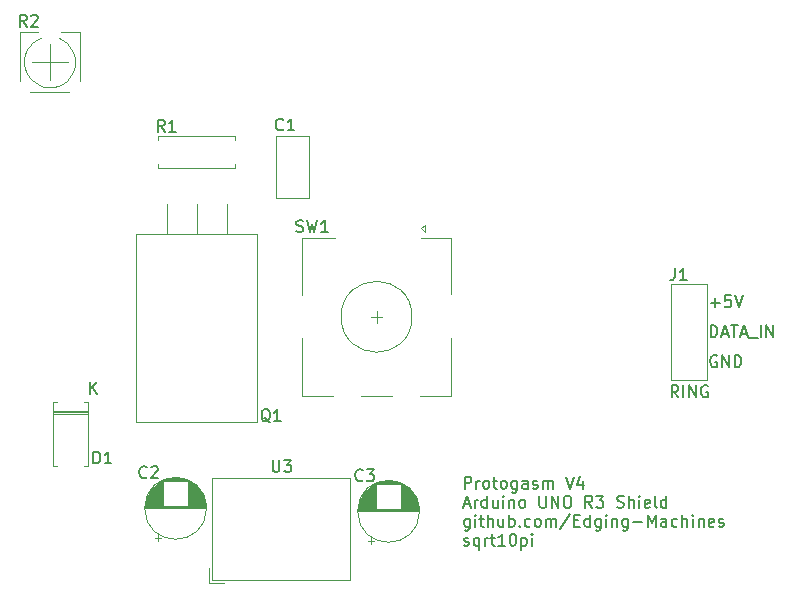
<source format=gbr>
%TF.GenerationSoftware,KiCad,Pcbnew,6.0.1-79c1e3a40b~116~ubuntu20.04.1*%
%TF.CreationDate,2022-01-30T02:47:44-05:00*%
%TF.ProjectId,Protogasm-Board-V2,50726f74-6f67-4617-936d-2d426f617264,rev?*%
%TF.SameCoordinates,PX68290a0PY76b1be0*%
%TF.FileFunction,Legend,Top*%
%TF.FilePolarity,Positive*%
%FSLAX46Y46*%
G04 Gerber Fmt 4.6, Leading zero omitted, Abs format (unit mm)*
G04 Created by KiCad (PCBNEW 6.0.1-79c1e3a40b~116~ubuntu20.04.1) date 2022-01-30 02:47:44*
%MOMM*%
%LPD*%
G01*
G04 APERTURE LIST*
G04 Aperture macros list*
%AMRotRect*
0 Rectangle, with rotation*
0 The origin of the aperture is its center*
0 $1 length*
0 $2 width*
0 $3 Rotation angle, in degrees counterclockwise*
0 Add horizontal line*
21,1,$1,$2,0,0,$3*%
G04 Aperture macros list end*
%ADD10C,0.150000*%
%ADD11C,0.120000*%
%ADD12C,0.100000*%
%ADD13C,1.600000*%
%ADD14O,1.600000X1.600000*%
%ADD15R,2.000000X2.000000*%
%ADD16C,2.000000*%
%ADD17R,2.500000X3.000000*%
%ADD18R,1.600000X1.600000*%
%ADD19R,1.500000X2.300000*%
%ADD20O,1.500000X2.300000*%
%ADD21O,3.500000X3.500000*%
%ADD22R,1.905000X2.000000*%
%ADD23O,1.905000X2.000000*%
%ADD24C,2.159000*%
%ADD25R,1.800000X1.800000*%
%ADD26O,1.800000X1.800000*%
%ADD27C,1.524000*%
%ADD28C,3.200000*%
%ADD29RotRect,1.981200X1.981200X240.000000*%
%ADD30C,1.981200*%
%ADD31C,2.540000*%
G04 APERTURE END LIST*
D10*
X40213595Y12376620D02*
X40213595Y13376620D01*
X40594547Y13376620D01*
X40689785Y13329000D01*
X40737404Y13281381D01*
X40785023Y13186143D01*
X40785023Y13043286D01*
X40737404Y12948048D01*
X40689785Y12900429D01*
X40594547Y12852810D01*
X40213595Y12852810D01*
X41213595Y12376620D02*
X41213595Y13043286D01*
X41213595Y12852810D02*
X41261214Y12948048D01*
X41308833Y12995667D01*
X41404071Y13043286D01*
X41499309Y13043286D01*
X41975500Y12376620D02*
X41880261Y12424239D01*
X41832642Y12471858D01*
X41785023Y12567096D01*
X41785023Y12852810D01*
X41832642Y12948048D01*
X41880261Y12995667D01*
X41975500Y13043286D01*
X42118357Y13043286D01*
X42213595Y12995667D01*
X42261214Y12948048D01*
X42308833Y12852810D01*
X42308833Y12567096D01*
X42261214Y12471858D01*
X42213595Y12424239D01*
X42118357Y12376620D01*
X41975500Y12376620D01*
X42594547Y13043286D02*
X42975500Y13043286D01*
X42737404Y13376620D02*
X42737404Y12519477D01*
X42785023Y12424239D01*
X42880261Y12376620D01*
X42975500Y12376620D01*
X43451690Y12376620D02*
X43356452Y12424239D01*
X43308833Y12471858D01*
X43261214Y12567096D01*
X43261214Y12852810D01*
X43308833Y12948048D01*
X43356452Y12995667D01*
X43451690Y13043286D01*
X43594547Y13043286D01*
X43689785Y12995667D01*
X43737404Y12948048D01*
X43785023Y12852810D01*
X43785023Y12567096D01*
X43737404Y12471858D01*
X43689785Y12424239D01*
X43594547Y12376620D01*
X43451690Y12376620D01*
X44642166Y13043286D02*
X44642166Y12233762D01*
X44594547Y12138524D01*
X44546928Y12090905D01*
X44451690Y12043286D01*
X44308833Y12043286D01*
X44213595Y12090905D01*
X44642166Y12424239D02*
X44546928Y12376620D01*
X44356452Y12376620D01*
X44261214Y12424239D01*
X44213595Y12471858D01*
X44165976Y12567096D01*
X44165976Y12852810D01*
X44213595Y12948048D01*
X44261214Y12995667D01*
X44356452Y13043286D01*
X44546928Y13043286D01*
X44642166Y12995667D01*
X45546928Y12376620D02*
X45546928Y12900429D01*
X45499309Y12995667D01*
X45404071Y13043286D01*
X45213595Y13043286D01*
X45118357Y12995667D01*
X45546928Y12424239D02*
X45451690Y12376620D01*
X45213595Y12376620D01*
X45118357Y12424239D01*
X45070738Y12519477D01*
X45070738Y12614715D01*
X45118357Y12709953D01*
X45213595Y12757572D01*
X45451690Y12757572D01*
X45546928Y12805191D01*
X45975500Y12424239D02*
X46070738Y12376620D01*
X46261214Y12376620D01*
X46356452Y12424239D01*
X46404071Y12519477D01*
X46404071Y12567096D01*
X46356452Y12662334D01*
X46261214Y12709953D01*
X46118357Y12709953D01*
X46023119Y12757572D01*
X45975500Y12852810D01*
X45975500Y12900429D01*
X46023119Y12995667D01*
X46118357Y13043286D01*
X46261214Y13043286D01*
X46356452Y12995667D01*
X46832642Y12376620D02*
X46832642Y13043286D01*
X46832642Y12948048D02*
X46880261Y12995667D01*
X46975500Y13043286D01*
X47118357Y13043286D01*
X47213595Y12995667D01*
X47261214Y12900429D01*
X47261214Y12376620D01*
X47261214Y12900429D02*
X47308833Y12995667D01*
X47404071Y13043286D01*
X47546928Y13043286D01*
X47642166Y12995667D01*
X47689785Y12900429D01*
X47689785Y12376620D01*
X48785023Y13376620D02*
X49118357Y12376620D01*
X49451690Y13376620D01*
X50213595Y13043286D02*
X50213595Y12376620D01*
X49975500Y13424239D02*
X49737404Y12709953D01*
X50356452Y12709953D01*
X40165976Y11052334D02*
X40642166Y11052334D01*
X40070738Y10766620D02*
X40404071Y11766620D01*
X40737404Y10766620D01*
X41070738Y10766620D02*
X41070738Y11433286D01*
X41070738Y11242810D02*
X41118357Y11338048D01*
X41165976Y11385667D01*
X41261214Y11433286D01*
X41356452Y11433286D01*
X42118357Y10766620D02*
X42118357Y11766620D01*
X42118357Y10814239D02*
X42023119Y10766620D01*
X41832642Y10766620D01*
X41737404Y10814239D01*
X41689785Y10861858D01*
X41642166Y10957096D01*
X41642166Y11242810D01*
X41689785Y11338048D01*
X41737404Y11385667D01*
X41832642Y11433286D01*
X42023119Y11433286D01*
X42118357Y11385667D01*
X43023119Y11433286D02*
X43023119Y10766620D01*
X42594547Y11433286D02*
X42594547Y10909477D01*
X42642166Y10814239D01*
X42737404Y10766620D01*
X42880261Y10766620D01*
X42975500Y10814239D01*
X43023119Y10861858D01*
X43499309Y10766620D02*
X43499309Y11433286D01*
X43499309Y11766620D02*
X43451690Y11719000D01*
X43499309Y11671381D01*
X43546928Y11719000D01*
X43499309Y11766620D01*
X43499309Y11671381D01*
X43975500Y11433286D02*
X43975500Y10766620D01*
X43975500Y11338048D02*
X44023119Y11385667D01*
X44118357Y11433286D01*
X44261214Y11433286D01*
X44356452Y11385667D01*
X44404071Y11290429D01*
X44404071Y10766620D01*
X45023119Y10766620D02*
X44927880Y10814239D01*
X44880261Y10861858D01*
X44832642Y10957096D01*
X44832642Y11242810D01*
X44880261Y11338048D01*
X44927880Y11385667D01*
X45023119Y11433286D01*
X45165976Y11433286D01*
X45261214Y11385667D01*
X45308833Y11338048D01*
X45356452Y11242810D01*
X45356452Y10957096D01*
X45308833Y10861858D01*
X45261214Y10814239D01*
X45165976Y10766620D01*
X45023119Y10766620D01*
X46546928Y11766620D02*
X46546928Y10957096D01*
X46594547Y10861858D01*
X46642166Y10814239D01*
X46737404Y10766620D01*
X46927880Y10766620D01*
X47023119Y10814239D01*
X47070738Y10861858D01*
X47118357Y10957096D01*
X47118357Y11766620D01*
X47594547Y10766620D02*
X47594547Y11766620D01*
X48165976Y10766620D01*
X48165976Y11766620D01*
X48832642Y11766620D02*
X49023119Y11766620D01*
X49118357Y11719000D01*
X49213595Y11623762D01*
X49261214Y11433286D01*
X49261214Y11099953D01*
X49213595Y10909477D01*
X49118357Y10814239D01*
X49023119Y10766620D01*
X48832642Y10766620D01*
X48737404Y10814239D01*
X48642166Y10909477D01*
X48594547Y11099953D01*
X48594547Y11433286D01*
X48642166Y11623762D01*
X48737404Y11719000D01*
X48832642Y11766620D01*
X51023119Y10766620D02*
X50689785Y11242810D01*
X50451690Y10766620D02*
X50451690Y11766620D01*
X50832642Y11766620D01*
X50927880Y11719000D01*
X50975500Y11671381D01*
X51023119Y11576143D01*
X51023119Y11433286D01*
X50975500Y11338048D01*
X50927880Y11290429D01*
X50832642Y11242810D01*
X50451690Y11242810D01*
X51356452Y11766620D02*
X51975500Y11766620D01*
X51642166Y11385667D01*
X51785023Y11385667D01*
X51880261Y11338048D01*
X51927880Y11290429D01*
X51975500Y11195191D01*
X51975500Y10957096D01*
X51927880Y10861858D01*
X51880261Y10814239D01*
X51785023Y10766620D01*
X51499309Y10766620D01*
X51404071Y10814239D01*
X51356452Y10861858D01*
X53118357Y10814239D02*
X53261214Y10766620D01*
X53499309Y10766620D01*
X53594547Y10814239D01*
X53642166Y10861858D01*
X53689785Y10957096D01*
X53689785Y11052334D01*
X53642166Y11147572D01*
X53594547Y11195191D01*
X53499309Y11242810D01*
X53308833Y11290429D01*
X53213595Y11338048D01*
X53165976Y11385667D01*
X53118357Y11480905D01*
X53118357Y11576143D01*
X53165976Y11671381D01*
X53213595Y11719000D01*
X53308833Y11766620D01*
X53546928Y11766620D01*
X53689785Y11719000D01*
X54118357Y10766620D02*
X54118357Y11766620D01*
X54546928Y10766620D02*
X54546928Y11290429D01*
X54499309Y11385667D01*
X54404071Y11433286D01*
X54261214Y11433286D01*
X54165976Y11385667D01*
X54118357Y11338048D01*
X55023119Y10766620D02*
X55023119Y11433286D01*
X55023119Y11766620D02*
X54975500Y11719000D01*
X55023119Y11671381D01*
X55070738Y11719000D01*
X55023119Y11766620D01*
X55023119Y11671381D01*
X55880261Y10814239D02*
X55785023Y10766620D01*
X55594547Y10766620D01*
X55499309Y10814239D01*
X55451690Y10909477D01*
X55451690Y11290429D01*
X55499309Y11385667D01*
X55594547Y11433286D01*
X55785023Y11433286D01*
X55880261Y11385667D01*
X55927880Y11290429D01*
X55927880Y11195191D01*
X55451690Y11099953D01*
X56499309Y10766620D02*
X56404071Y10814239D01*
X56356452Y10909477D01*
X56356452Y11766620D01*
X57308833Y10766620D02*
X57308833Y11766620D01*
X57308833Y10814239D02*
X57213595Y10766620D01*
X57023119Y10766620D01*
X56927880Y10814239D01*
X56880261Y10861858D01*
X56832642Y10957096D01*
X56832642Y11242810D01*
X56880261Y11338048D01*
X56927880Y11385667D01*
X57023119Y11433286D01*
X57213595Y11433286D01*
X57308833Y11385667D01*
X40642166Y9823286D02*
X40642166Y9013762D01*
X40594547Y8918524D01*
X40546928Y8870905D01*
X40451690Y8823286D01*
X40308833Y8823286D01*
X40213595Y8870905D01*
X40642166Y9204239D02*
X40546928Y9156620D01*
X40356452Y9156620D01*
X40261214Y9204239D01*
X40213595Y9251858D01*
X40165976Y9347096D01*
X40165976Y9632810D01*
X40213595Y9728048D01*
X40261214Y9775667D01*
X40356452Y9823286D01*
X40546928Y9823286D01*
X40642166Y9775667D01*
X41118357Y9156620D02*
X41118357Y9823286D01*
X41118357Y10156620D02*
X41070738Y10109000D01*
X41118357Y10061381D01*
X41165976Y10109000D01*
X41118357Y10156620D01*
X41118357Y10061381D01*
X41451690Y9823286D02*
X41832642Y9823286D01*
X41594547Y10156620D02*
X41594547Y9299477D01*
X41642166Y9204239D01*
X41737404Y9156620D01*
X41832642Y9156620D01*
X42165976Y9156620D02*
X42165976Y10156620D01*
X42594547Y9156620D02*
X42594547Y9680429D01*
X42546928Y9775667D01*
X42451690Y9823286D01*
X42308833Y9823286D01*
X42213595Y9775667D01*
X42165976Y9728048D01*
X43499309Y9823286D02*
X43499309Y9156620D01*
X43070738Y9823286D02*
X43070738Y9299477D01*
X43118357Y9204239D01*
X43213595Y9156620D01*
X43356452Y9156620D01*
X43451690Y9204239D01*
X43499309Y9251858D01*
X43975500Y9156620D02*
X43975500Y10156620D01*
X43975500Y9775667D02*
X44070738Y9823286D01*
X44261214Y9823286D01*
X44356452Y9775667D01*
X44404071Y9728048D01*
X44451690Y9632810D01*
X44451690Y9347096D01*
X44404071Y9251858D01*
X44356452Y9204239D01*
X44261214Y9156620D01*
X44070738Y9156620D01*
X43975500Y9204239D01*
X44880261Y9251858D02*
X44927880Y9204239D01*
X44880261Y9156620D01*
X44832642Y9204239D01*
X44880261Y9251858D01*
X44880261Y9156620D01*
X45785023Y9204239D02*
X45689785Y9156620D01*
X45499309Y9156620D01*
X45404071Y9204239D01*
X45356452Y9251858D01*
X45308833Y9347096D01*
X45308833Y9632810D01*
X45356452Y9728048D01*
X45404071Y9775667D01*
X45499309Y9823286D01*
X45689785Y9823286D01*
X45785023Y9775667D01*
X46356452Y9156620D02*
X46261214Y9204239D01*
X46213595Y9251858D01*
X46165976Y9347096D01*
X46165976Y9632810D01*
X46213595Y9728048D01*
X46261214Y9775667D01*
X46356452Y9823286D01*
X46499309Y9823286D01*
X46594547Y9775667D01*
X46642166Y9728048D01*
X46689785Y9632810D01*
X46689785Y9347096D01*
X46642166Y9251858D01*
X46594547Y9204239D01*
X46499309Y9156620D01*
X46356452Y9156620D01*
X47118357Y9156620D02*
X47118357Y9823286D01*
X47118357Y9728048D02*
X47165976Y9775667D01*
X47261214Y9823286D01*
X47404071Y9823286D01*
X47499309Y9775667D01*
X47546928Y9680429D01*
X47546928Y9156620D01*
X47546928Y9680429D02*
X47594547Y9775667D01*
X47689785Y9823286D01*
X47832642Y9823286D01*
X47927880Y9775667D01*
X47975500Y9680429D01*
X47975500Y9156620D01*
X49165976Y10204239D02*
X48308833Y8918524D01*
X49499309Y9680429D02*
X49832642Y9680429D01*
X49975500Y9156620D02*
X49499309Y9156620D01*
X49499309Y10156620D01*
X49975500Y10156620D01*
X50832642Y9156620D02*
X50832642Y10156620D01*
X50832642Y9204239D02*
X50737404Y9156620D01*
X50546928Y9156620D01*
X50451690Y9204239D01*
X50404071Y9251858D01*
X50356452Y9347096D01*
X50356452Y9632810D01*
X50404071Y9728048D01*
X50451690Y9775667D01*
X50546928Y9823286D01*
X50737404Y9823286D01*
X50832642Y9775667D01*
X51737404Y9823286D02*
X51737404Y9013762D01*
X51689785Y8918524D01*
X51642166Y8870905D01*
X51546928Y8823286D01*
X51404071Y8823286D01*
X51308833Y8870905D01*
X51737404Y9204239D02*
X51642166Y9156620D01*
X51451690Y9156620D01*
X51356452Y9204239D01*
X51308833Y9251858D01*
X51261214Y9347096D01*
X51261214Y9632810D01*
X51308833Y9728048D01*
X51356452Y9775667D01*
X51451690Y9823286D01*
X51642166Y9823286D01*
X51737404Y9775667D01*
X52213595Y9156620D02*
X52213595Y9823286D01*
X52213595Y10156620D02*
X52165976Y10109000D01*
X52213595Y10061381D01*
X52261214Y10109000D01*
X52213595Y10156620D01*
X52213595Y10061381D01*
X52689785Y9823286D02*
X52689785Y9156620D01*
X52689785Y9728048D02*
X52737404Y9775667D01*
X52832642Y9823286D01*
X52975500Y9823286D01*
X53070738Y9775667D01*
X53118357Y9680429D01*
X53118357Y9156620D01*
X54023119Y9823286D02*
X54023119Y9013762D01*
X53975500Y8918524D01*
X53927880Y8870905D01*
X53832642Y8823286D01*
X53689785Y8823286D01*
X53594547Y8870905D01*
X54023119Y9204239D02*
X53927880Y9156620D01*
X53737404Y9156620D01*
X53642166Y9204239D01*
X53594547Y9251858D01*
X53546928Y9347096D01*
X53546928Y9632810D01*
X53594547Y9728048D01*
X53642166Y9775667D01*
X53737404Y9823286D01*
X53927880Y9823286D01*
X54023119Y9775667D01*
X54499309Y9537572D02*
X55261214Y9537572D01*
X55737404Y9156620D02*
X55737404Y10156620D01*
X56070738Y9442334D01*
X56404071Y10156620D01*
X56404071Y9156620D01*
X57308833Y9156620D02*
X57308833Y9680429D01*
X57261214Y9775667D01*
X57165976Y9823286D01*
X56975500Y9823286D01*
X56880261Y9775667D01*
X57308833Y9204239D02*
X57213595Y9156620D01*
X56975500Y9156620D01*
X56880261Y9204239D01*
X56832642Y9299477D01*
X56832642Y9394715D01*
X56880261Y9489953D01*
X56975500Y9537572D01*
X57213595Y9537572D01*
X57308833Y9585191D01*
X58213595Y9204239D02*
X58118357Y9156620D01*
X57927880Y9156620D01*
X57832642Y9204239D01*
X57785023Y9251858D01*
X57737404Y9347096D01*
X57737404Y9632810D01*
X57785023Y9728048D01*
X57832642Y9775667D01*
X57927880Y9823286D01*
X58118357Y9823286D01*
X58213595Y9775667D01*
X58642166Y9156620D02*
X58642166Y10156620D01*
X59070738Y9156620D02*
X59070738Y9680429D01*
X59023119Y9775667D01*
X58927880Y9823286D01*
X58785023Y9823286D01*
X58689785Y9775667D01*
X58642166Y9728048D01*
X59546928Y9156620D02*
X59546928Y9823286D01*
X59546928Y10156620D02*
X59499309Y10109000D01*
X59546928Y10061381D01*
X59594547Y10109000D01*
X59546928Y10156620D01*
X59546928Y10061381D01*
X60023119Y9823286D02*
X60023119Y9156620D01*
X60023119Y9728048D02*
X60070738Y9775667D01*
X60165976Y9823286D01*
X60308833Y9823286D01*
X60404071Y9775667D01*
X60451690Y9680429D01*
X60451690Y9156620D01*
X61308833Y9204239D02*
X61213595Y9156620D01*
X61023119Y9156620D01*
X60927880Y9204239D01*
X60880261Y9299477D01*
X60880261Y9680429D01*
X60927880Y9775667D01*
X61023119Y9823286D01*
X61213595Y9823286D01*
X61308833Y9775667D01*
X61356452Y9680429D01*
X61356452Y9585191D01*
X60880261Y9489953D01*
X61737404Y9204239D02*
X61832642Y9156620D01*
X62023119Y9156620D01*
X62118357Y9204239D01*
X62165976Y9299477D01*
X62165976Y9347096D01*
X62118357Y9442334D01*
X62023119Y9489953D01*
X61880261Y9489953D01*
X61785023Y9537572D01*
X61737404Y9632810D01*
X61737404Y9680429D01*
X61785023Y9775667D01*
X61880261Y9823286D01*
X62023119Y9823286D01*
X62118357Y9775667D01*
X40165976Y7594239D02*
X40261214Y7546620D01*
X40451690Y7546620D01*
X40546928Y7594239D01*
X40594547Y7689477D01*
X40594547Y7737096D01*
X40546928Y7832334D01*
X40451690Y7879953D01*
X40308833Y7879953D01*
X40213595Y7927572D01*
X40165976Y8022810D01*
X40165976Y8070429D01*
X40213595Y8165667D01*
X40308833Y8213286D01*
X40451690Y8213286D01*
X40546928Y8165667D01*
X41451690Y8213286D02*
X41451690Y7213286D01*
X41451690Y7594239D02*
X41356452Y7546620D01*
X41165976Y7546620D01*
X41070738Y7594239D01*
X41023119Y7641858D01*
X40975500Y7737096D01*
X40975500Y8022810D01*
X41023119Y8118048D01*
X41070738Y8165667D01*
X41165976Y8213286D01*
X41356452Y8213286D01*
X41451690Y8165667D01*
X41927880Y7546620D02*
X41927880Y8213286D01*
X41927880Y8022810D02*
X41975500Y8118048D01*
X42023119Y8165667D01*
X42118357Y8213286D01*
X42213595Y8213286D01*
X42404071Y8213286D02*
X42785023Y8213286D01*
X42546928Y8546620D02*
X42546928Y7689477D01*
X42594547Y7594239D01*
X42689785Y7546620D01*
X42785023Y7546620D01*
X43642166Y7546620D02*
X43070738Y7546620D01*
X43356452Y7546620D02*
X43356452Y8546620D01*
X43261214Y8403762D01*
X43165976Y8308524D01*
X43070738Y8260905D01*
X44261214Y8546620D02*
X44356452Y8546620D01*
X44451690Y8499000D01*
X44499309Y8451381D01*
X44546928Y8356143D01*
X44594547Y8165667D01*
X44594547Y7927572D01*
X44546928Y7737096D01*
X44499309Y7641858D01*
X44451690Y7594239D01*
X44356452Y7546620D01*
X44261214Y7546620D01*
X44165976Y7594239D01*
X44118357Y7641858D01*
X44070738Y7737096D01*
X44023119Y7927572D01*
X44023119Y8165667D01*
X44070738Y8356143D01*
X44118357Y8451381D01*
X44165976Y8499000D01*
X44261214Y8546620D01*
X45023119Y8213286D02*
X45023119Y7213286D01*
X45023119Y8165667D02*
X45118357Y8213286D01*
X45308833Y8213286D01*
X45404071Y8165667D01*
X45451690Y8118048D01*
X45499309Y8022810D01*
X45499309Y7737096D01*
X45451690Y7641858D01*
X45404071Y7594239D01*
X45308833Y7546620D01*
X45118357Y7546620D01*
X45023119Y7594239D01*
X45927880Y7546620D02*
X45927880Y8213286D01*
X45927880Y8546620D02*
X45880261Y8499000D01*
X45927880Y8451381D01*
X45975500Y8499000D01*
X45927880Y8546620D01*
X45927880Y8451381D01*
%TO.C,R1*%
X14815333Y42600620D02*
X14482000Y43076810D01*
X14243904Y42600620D02*
X14243904Y43600620D01*
X14624857Y43600620D01*
X14720095Y43553000D01*
X14767714Y43505381D01*
X14815333Y43410143D01*
X14815333Y43267286D01*
X14767714Y43172048D01*
X14720095Y43124429D01*
X14624857Y43076810D01*
X14243904Y43076810D01*
X15767714Y42600620D02*
X15196285Y42600620D01*
X15482000Y42600620D02*
X15482000Y43600620D01*
X15386761Y43457762D01*
X15291523Y43362524D01*
X15196285Y43314905D01*
%TO.C,SW1*%
X25978466Y34150239D02*
X26121323Y34102620D01*
X26359419Y34102620D01*
X26454657Y34150239D01*
X26502276Y34197858D01*
X26549895Y34293096D01*
X26549895Y34388334D01*
X26502276Y34483572D01*
X26454657Y34531191D01*
X26359419Y34578810D01*
X26168942Y34626429D01*
X26073704Y34674048D01*
X26026085Y34721667D01*
X25978466Y34816905D01*
X25978466Y34912143D01*
X26026085Y35007381D01*
X26073704Y35055000D01*
X26168942Y35102620D01*
X26407038Y35102620D01*
X26549895Y35055000D01*
X26883228Y35102620D02*
X27121323Y34102620D01*
X27311800Y34816905D01*
X27502276Y34102620D01*
X27740371Y35102620D01*
X28645133Y34102620D02*
X28073704Y34102620D01*
X28359419Y34102620D02*
X28359419Y35102620D01*
X28264180Y34959762D01*
X28168942Y34864524D01*
X28073704Y34816905D01*
%TO.C,C1*%
X24848333Y42797458D02*
X24800714Y42749839D01*
X24657857Y42702220D01*
X24562619Y42702220D01*
X24419761Y42749839D01*
X24324523Y42845077D01*
X24276904Y42940315D01*
X24229285Y43130791D01*
X24229285Y43273648D01*
X24276904Y43464124D01*
X24324523Y43559362D01*
X24419761Y43654600D01*
X24562619Y43702220D01*
X24657857Y43702220D01*
X24800714Y43654600D01*
X24848333Y43606981D01*
X25800714Y42702220D02*
X25229285Y42702220D01*
X25515000Y42702220D02*
X25515000Y43702220D01*
X25419761Y43559362D01*
X25324523Y43464124D01*
X25229285Y43416505D01*
%TO.C,C3*%
X31583333Y13104858D02*
X31535714Y13057239D01*
X31392857Y13009620D01*
X31297619Y13009620D01*
X31154761Y13057239D01*
X31059523Y13152477D01*
X31011904Y13247715D01*
X30964285Y13438191D01*
X30964285Y13581048D01*
X31011904Y13771524D01*
X31059523Y13866762D01*
X31154761Y13962000D01*
X31297619Y14009620D01*
X31392857Y14009620D01*
X31535714Y13962000D01*
X31583333Y13914381D01*
X31916666Y14009620D02*
X32535714Y14009620D01*
X32202380Y13628667D01*
X32345238Y13628667D01*
X32440476Y13581048D01*
X32488095Y13533429D01*
X32535714Y13438191D01*
X32535714Y13200096D01*
X32488095Y13104858D01*
X32440476Y13057239D01*
X32345238Y13009620D01*
X32059523Y13009620D01*
X31964285Y13057239D01*
X31916666Y13104858D01*
%TO.C,U3*%
X23969095Y14790120D02*
X23969095Y13980596D01*
X24016714Y13885358D01*
X24064333Y13837739D01*
X24159571Y13790120D01*
X24350047Y13790120D01*
X24445285Y13837739D01*
X24492904Y13885358D01*
X24540523Y13980596D01*
X24540523Y14790120D01*
X24921476Y14790120D02*
X25540523Y14790120D01*
X25207190Y14409167D01*
X25350047Y14409167D01*
X25445285Y14361548D01*
X25492904Y14313929D01*
X25540523Y14218691D01*
X25540523Y13980596D01*
X25492904Y13885358D01*
X25445285Y13837739D01*
X25350047Y13790120D01*
X25064333Y13790120D01*
X24969095Y13837739D01*
X24921476Y13885358D01*
%TO.C,Q1*%
X23755361Y17994381D02*
X23660123Y18042000D01*
X23564885Y18137239D01*
X23422028Y18280096D01*
X23326790Y18327715D01*
X23231552Y18327715D01*
X23279171Y18089620D02*
X23183933Y18137239D01*
X23088695Y18232477D01*
X23041076Y18422953D01*
X23041076Y18756286D01*
X23088695Y18946762D01*
X23183933Y19042000D01*
X23279171Y19089620D01*
X23469647Y19089620D01*
X23564885Y19042000D01*
X23660123Y18946762D01*
X23707742Y18756286D01*
X23707742Y18422953D01*
X23660123Y18232477D01*
X23564885Y18137239D01*
X23469647Y18089620D01*
X23279171Y18089620D01*
X24660123Y18089620D02*
X24088695Y18089620D01*
X24374409Y18089620D02*
X24374409Y19089620D01*
X24279171Y18946762D01*
X24183933Y18851524D01*
X24088695Y18803905D01*
%TO.C,C2*%
X13295333Y13358858D02*
X13247714Y13311239D01*
X13104857Y13263620D01*
X13009619Y13263620D01*
X12866761Y13311239D01*
X12771523Y13406477D01*
X12723904Y13501715D01*
X12676285Y13692191D01*
X12676285Y13835048D01*
X12723904Y14025524D01*
X12771523Y14120762D01*
X12866761Y14216000D01*
X13009619Y14263620D01*
X13104857Y14263620D01*
X13247714Y14216000D01*
X13295333Y14168381D01*
X13676285Y14168381D02*
X13723904Y14216000D01*
X13819142Y14263620D01*
X14057238Y14263620D01*
X14152476Y14216000D01*
X14200095Y14168381D01*
X14247714Y14073143D01*
X14247714Y13977905D01*
X14200095Y13835048D01*
X13628666Y13263620D01*
X14247714Y13263620D01*
%TO.C,J1*%
X58025309Y31027620D02*
X58025309Y30313334D01*
X57977690Y30170477D01*
X57882452Y30075239D01*
X57739595Y30027620D01*
X57644357Y30027620D01*
X59025309Y30027620D02*
X58453880Y30027620D01*
X58739595Y30027620D02*
X58739595Y31027620D01*
X58644357Y30884762D01*
X58549119Y30789524D01*
X58453880Y30741905D01*
X61041595Y25201620D02*
X61041595Y26201620D01*
X61279690Y26201620D01*
X61422547Y26154000D01*
X61517785Y26058762D01*
X61565404Y25963524D01*
X61613023Y25773048D01*
X61613023Y25630191D01*
X61565404Y25439715D01*
X61517785Y25344477D01*
X61422547Y25249239D01*
X61279690Y25201620D01*
X61041595Y25201620D01*
X61993976Y25487334D02*
X62470166Y25487334D01*
X61898738Y25201620D02*
X62232071Y26201620D01*
X62565404Y25201620D01*
X62755880Y26201620D02*
X63327309Y26201620D01*
X63041595Y25201620D02*
X63041595Y26201620D01*
X63613023Y25487334D02*
X64089214Y25487334D01*
X63517785Y25201620D02*
X63851119Y26201620D01*
X64184452Y25201620D01*
X64279690Y25106381D02*
X65041595Y25106381D01*
X65279690Y25201620D02*
X65279690Y26201620D01*
X65755880Y25201620D02*
X65755880Y26201620D01*
X66327309Y25201620D01*
X66327309Y26201620D01*
X61041595Y28122572D02*
X61803500Y28122572D01*
X61422547Y27741620D02*
X61422547Y28503524D01*
X62755880Y28741620D02*
X62279690Y28741620D01*
X62232071Y28265429D01*
X62279690Y28313048D01*
X62374928Y28360667D01*
X62613023Y28360667D01*
X62708261Y28313048D01*
X62755880Y28265429D01*
X62803500Y28170191D01*
X62803500Y27932096D01*
X62755880Y27836858D01*
X62708261Y27789239D01*
X62613023Y27741620D01*
X62374928Y27741620D01*
X62279690Y27789239D01*
X62232071Y27836858D01*
X63089214Y28741620D02*
X63422547Y27741620D01*
X63755880Y28741620D01*
X58311023Y20121620D02*
X57977690Y20597810D01*
X57739595Y20121620D02*
X57739595Y21121620D01*
X58120547Y21121620D01*
X58215785Y21074000D01*
X58263404Y21026381D01*
X58311023Y20931143D01*
X58311023Y20788286D01*
X58263404Y20693048D01*
X58215785Y20645429D01*
X58120547Y20597810D01*
X57739595Y20597810D01*
X58739595Y20121620D02*
X58739595Y21121620D01*
X59215785Y20121620D02*
X59215785Y21121620D01*
X59787214Y20121620D01*
X59787214Y21121620D01*
X60787214Y21074000D02*
X60691976Y21121620D01*
X60549119Y21121620D01*
X60406261Y21074000D01*
X60311023Y20978762D01*
X60263404Y20883524D01*
X60215785Y20693048D01*
X60215785Y20550191D01*
X60263404Y20359715D01*
X60311023Y20264477D01*
X60406261Y20169239D01*
X60549119Y20121620D01*
X60644357Y20121620D01*
X60787214Y20169239D01*
X60834833Y20216858D01*
X60834833Y20550191D01*
X60644357Y20550191D01*
X61565404Y23614000D02*
X61470166Y23661620D01*
X61327309Y23661620D01*
X61184452Y23614000D01*
X61089214Y23518762D01*
X61041595Y23423524D01*
X60993976Y23233048D01*
X60993976Y23090191D01*
X61041595Y22899715D01*
X61089214Y22804477D01*
X61184452Y22709239D01*
X61327309Y22661620D01*
X61422547Y22661620D01*
X61565404Y22709239D01*
X61613023Y22756858D01*
X61613023Y23090191D01*
X61422547Y23090191D01*
X62041595Y22661620D02*
X62041595Y23661620D01*
X62613023Y22661620D01*
X62613023Y23661620D01*
X63089214Y22661620D02*
X63089214Y23661620D01*
X63327309Y23661620D01*
X63470166Y23614000D01*
X63565404Y23518762D01*
X63613023Y23423524D01*
X63660642Y23233048D01*
X63660642Y23090191D01*
X63613023Y22899715D01*
X63565404Y22804477D01*
X63470166Y22709239D01*
X63327309Y22661620D01*
X63089214Y22661620D01*
%TO.C,D1*%
X8790904Y14508220D02*
X8790904Y15508220D01*
X9029000Y15508220D01*
X9171857Y15460600D01*
X9267095Y15365362D01*
X9314714Y15270124D01*
X9362333Y15079648D01*
X9362333Y14936791D01*
X9314714Y14746315D01*
X9267095Y14651077D01*
X9171857Y14555839D01*
X9029000Y14508220D01*
X8790904Y14508220D01*
X10314714Y14508220D02*
X9743285Y14508220D01*
X10029000Y14508220D02*
X10029000Y15508220D01*
X9933761Y15365362D01*
X9838523Y15270124D01*
X9743285Y15222505D01*
X8505095Y20375620D02*
X8505095Y21375620D01*
X9076523Y20375620D02*
X8647952Y20947048D01*
X9076523Y21375620D02*
X8505095Y20804191D01*
%TO.C,R2*%
X3131333Y51490620D02*
X2798000Y51966810D01*
X2559904Y51490620D02*
X2559904Y52490620D01*
X2940857Y52490620D01*
X3036095Y52443000D01*
X3083714Y52395381D01*
X3131333Y52300143D01*
X3131333Y52157286D01*
X3083714Y52062048D01*
X3036095Y52014429D01*
X2940857Y51966810D01*
X2559904Y51966810D01*
X3512285Y52395381D02*
X3559904Y52443000D01*
X3655142Y52490620D01*
X3893238Y52490620D01*
X3988476Y52443000D01*
X4036095Y52395381D01*
X4083714Y52300143D01*
X4083714Y52204905D01*
X4036095Y52062048D01*
X3464666Y51490620D01*
X4083714Y51490620D01*
D11*
%TO.C,R1*%
X14256000Y42264000D02*
X14256000Y41934000D01*
X14256000Y39524000D02*
X14256000Y39854000D01*
X20796000Y42264000D02*
X14256000Y42264000D01*
X20796000Y41934000D02*
X20796000Y42264000D01*
X20796000Y39854000D02*
X20796000Y39524000D01*
X20796000Y39524000D02*
X14256000Y39524000D01*
%TO.C,SW1*%
X36866000Y34128000D02*
X36566000Y34428000D01*
X33266000Y26928000D02*
X32266000Y26928000D01*
X26466000Y28728000D02*
X26466000Y33628000D01*
X39066000Y33628000D02*
X36566000Y33628000D01*
X32766000Y27428000D02*
X32766000Y26428000D01*
X39066000Y28828000D02*
X39066000Y33628000D01*
X39066000Y20228000D02*
X36466000Y20228000D01*
X34066000Y20228000D02*
X31466000Y20228000D01*
X26466000Y33628000D02*
X29266000Y33628000D01*
X36866000Y34728000D02*
X36866000Y34128000D01*
X26466000Y20228000D02*
X26466000Y25128000D01*
X39066000Y25128000D02*
X39066000Y20228000D01*
X29066000Y20228000D02*
X26466000Y20228000D01*
X36566000Y34428000D02*
X36866000Y34728000D01*
X35766000Y26928000D02*
G75*
G03*
X35766000Y26928000I-3000000J0D01*
G01*
%TO.C,C1*%
X24284000Y36984000D02*
X24284000Y42224000D01*
X24284000Y42224000D02*
X27024000Y42224000D01*
X24284000Y36984000D02*
X27024000Y36984000D01*
X27024000Y36984000D02*
X27024000Y42224000D01*
%TO.C,C3*%
X34822000Y12579887D02*
X35282000Y12579887D01*
X31687000Y11979887D02*
X32742000Y11979887D01*
X32083000Y12419887D02*
X32742000Y12419887D01*
X34822000Y11499887D02*
X36147000Y11499887D01*
X31271000Y11058887D02*
X32742000Y11058887D01*
X31202000Y10498887D02*
X36362000Y10498887D01*
X31918000Y12259887D02*
X32742000Y12259887D01*
X33105000Y12979887D02*
X34459000Y12979887D01*
X34822000Y12139887D02*
X35753000Y12139887D01*
X31956000Y12299887D02*
X32742000Y12299887D01*
X31327000Y11259887D02*
X32742000Y11259887D01*
X31221000Y10778887D02*
X32742000Y10778887D01*
X34822000Y12499887D02*
X35387000Y12499887D01*
X34822000Y11419887D02*
X36180000Y11419887D01*
X34822000Y12179887D02*
X35719000Y12179887D01*
X32771000Y12859887D02*
X34793000Y12859887D01*
X34822000Y11819887D02*
X35982000Y11819887D01*
X34822000Y12019887D02*
X35847000Y12019887D01*
X34822000Y10938887D02*
X36318000Y10938887D01*
X31417000Y11499887D02*
X32742000Y11499887D01*
X34822000Y10978887D02*
X36310000Y10978887D01*
X33264000Y13019887D02*
X34300000Y13019887D01*
X34822000Y12339887D02*
X35567000Y12339887D01*
X34822000Y11219887D02*
X36250000Y11219887D01*
X32282000Y12579887D02*
X32742000Y12579887D01*
X31368000Y11379887D02*
X32742000Y11379887D01*
X32307000Y7654112D02*
X32307000Y8154112D01*
X31206000Y10618887D02*
X36358000Y10618887D01*
X34822000Y12299887D02*
X35608000Y12299887D01*
X34822000Y12099887D02*
X35786000Y12099887D01*
X34822000Y12379887D02*
X35525000Y12379887D01*
X32531000Y12739887D02*
X32742000Y12739887D01*
X34822000Y11699887D02*
X36050000Y11699887D01*
X34822000Y12219887D02*
X35683000Y12219887D01*
X34822000Y11539887D02*
X36130000Y11539887D01*
X34822000Y11859887D02*
X35957000Y11859887D01*
X31514000Y11699887D02*
X32742000Y11699887D01*
X31384000Y11419887D02*
X32742000Y11419887D01*
X31254000Y10978887D02*
X32742000Y10978887D01*
X31558000Y11779887D02*
X32742000Y11779887D01*
X31202000Y10458887D02*
X36362000Y10458887D01*
X31633000Y11899887D02*
X32742000Y11899887D01*
X31811000Y12139887D02*
X32742000Y12139887D01*
X32867000Y12899887D02*
X34697000Y12899887D01*
X32177000Y12499887D02*
X32742000Y12499887D01*
X31472000Y11619887D02*
X32742000Y11619887D01*
X34822000Y12419887D02*
X35481000Y12419887D01*
X34822000Y12459887D02*
X35435000Y12459887D01*
X34822000Y11619887D02*
X36092000Y11619887D01*
X31535000Y11739887D02*
X32742000Y11739887D01*
X34822000Y11058887D02*
X36293000Y11058887D01*
X31747000Y12059887D02*
X32742000Y12059887D01*
X31997000Y12339887D02*
X32742000Y12339887D01*
X34822000Y10698887D02*
X36351000Y10698887D01*
X31246000Y10938887D02*
X32742000Y10938887D01*
X31203000Y10538887D02*
X36361000Y10538887D01*
X32129000Y12459887D02*
X32742000Y12459887D01*
X31354000Y11339887D02*
X32742000Y11339887D01*
X32977000Y12939887D02*
X34587000Y12939887D01*
X31607000Y11859887D02*
X32742000Y11859887D01*
X31582000Y11819887D02*
X32742000Y11819887D01*
X34822000Y11299887D02*
X36224000Y11299887D01*
X34822000Y12619887D02*
X35225000Y12619887D01*
X34822000Y11379887D02*
X36196000Y11379887D01*
X31492000Y11659887D02*
X32742000Y11659887D01*
X34822000Y12539887D02*
X35336000Y12539887D01*
X31239000Y10898887D02*
X32742000Y10898887D01*
X31226000Y10818887D02*
X32742000Y10818887D01*
X31881000Y12219887D02*
X32742000Y12219887D01*
X31845000Y12179887D02*
X32742000Y12179887D01*
X31434000Y11539887D02*
X32742000Y11539887D01*
X31314000Y11219887D02*
X32742000Y11219887D01*
X34822000Y10858887D02*
X36332000Y10858887D01*
X34822000Y12259887D02*
X35646000Y12259887D01*
X34822000Y11018887D02*
X36302000Y11018887D01*
X32684000Y12819887D02*
X34880000Y12819887D01*
X32057000Y7904112D02*
X32557000Y7904112D01*
X34822000Y11098887D02*
X36283000Y11098887D01*
X34822000Y11659887D02*
X36072000Y11659887D01*
X34822000Y11459887D02*
X36164000Y11459887D01*
X34822000Y11739887D02*
X36029000Y11739887D01*
X34822000Y10778887D02*
X36343000Y10778887D01*
X34822000Y11979887D02*
X35877000Y11979887D01*
X31717000Y12019887D02*
X32742000Y12019887D01*
X34822000Y12699887D02*
X35101000Y12699887D01*
X31232000Y10858887D02*
X32742000Y10858887D01*
X31302000Y11179887D02*
X32742000Y11179887D01*
X31340000Y11299887D02*
X32742000Y11299887D01*
X31453000Y11579887D02*
X32742000Y11579887D01*
X31291000Y11138887D02*
X32742000Y11138887D01*
X31209000Y10658887D02*
X36355000Y10658887D01*
X32463000Y12699887D02*
X32742000Y12699887D01*
X32399000Y12659887D02*
X32742000Y12659887D01*
X34822000Y11939887D02*
X35904000Y11939887D01*
X34822000Y10898887D02*
X36325000Y10898887D01*
X34822000Y11179887D02*
X36262000Y11179887D01*
X32228000Y12539887D02*
X32742000Y12539887D01*
X34822000Y12659887D02*
X35165000Y12659887D01*
X31281000Y11098887D02*
X32742000Y11098887D01*
X31204000Y10578887D02*
X36360000Y10578887D01*
X32039000Y12379887D02*
X32742000Y12379887D01*
X31213000Y10698887D02*
X32742000Y10698887D01*
X34822000Y12059887D02*
X35817000Y12059887D01*
X31262000Y11018887D02*
X32742000Y11018887D01*
X31400000Y11459887D02*
X32742000Y11459887D01*
X34822000Y11899887D02*
X35931000Y11899887D01*
X31217000Y10738887D02*
X32742000Y10738887D01*
X33498000Y13059887D02*
X34066000Y13059887D01*
X34822000Y11779887D02*
X36006000Y11779887D01*
X31660000Y11939887D02*
X32742000Y11939887D01*
X34822000Y12739887D02*
X35033000Y12739887D01*
X32339000Y12619887D02*
X32742000Y12619887D01*
X32604000Y12779887D02*
X34960000Y12779887D01*
X34822000Y11138887D02*
X36273000Y11138887D01*
X31778000Y12099887D02*
X32742000Y12099887D01*
X34822000Y10818887D02*
X36338000Y10818887D01*
X34822000Y11339887D02*
X36210000Y11339887D01*
X34822000Y11259887D02*
X36237000Y11259887D01*
X34822000Y11579887D02*
X36111000Y11579887D01*
X34822000Y10738887D02*
X36347000Y10738887D01*
X36402000Y10458887D02*
G75*
G03*
X36402000Y10458887I-2620000J0D01*
G01*
%TO.C,U3*%
X18820000Y13242500D02*
X18820000Y4622500D01*
X30541000Y13242500D02*
X30541000Y4622500D01*
X18820000Y13242500D02*
X30541000Y13242500D01*
X18580000Y4382500D02*
X19820000Y4382500D01*
X18580000Y5622500D02*
X18580000Y4382500D01*
X18820000Y4622500D02*
X30541000Y4622500D01*
%TO.C,Q1*%
X14986000Y33902000D02*
X14986000Y36442000D01*
X20066000Y33902000D02*
X20066000Y36442000D01*
X22646000Y33902000D02*
X12406000Y33902000D01*
X22646000Y18012000D02*
X12406000Y18012000D01*
X12406000Y18012000D02*
X12406000Y33902000D01*
X17526000Y33902000D02*
X17526000Y36442000D01*
X22646000Y18012000D02*
X22646000Y33902000D01*
%TO.C,C2*%
X16788000Y12793887D02*
X17302000Y12793887D01*
X13400000Y11793887D02*
X14708000Y11793887D01*
X14365000Y12913887D02*
X14708000Y12913887D01*
X16788000Y11593887D02*
X18176000Y11593887D01*
X16788000Y11513887D02*
X18203000Y11513887D01*
X13172000Y10872887D02*
X18324000Y10872887D01*
X13383000Y11753887D02*
X14708000Y11753887D01*
X13744000Y12353887D02*
X14708000Y12353887D01*
X13573000Y12113887D02*
X14708000Y12113887D01*
X13419000Y11833887D02*
X14708000Y11833887D01*
X15071000Y13233887D02*
X16425000Y13233887D01*
X16788000Y11112887D02*
X18298000Y11112887D01*
X16788000Y11993887D02*
X17995000Y11993887D01*
X16788000Y12953887D02*
X17067000Y12953887D01*
X13683000Y12273887D02*
X14708000Y12273887D01*
X13168000Y10752887D02*
X18328000Y10752887D01*
X13626000Y12193887D02*
X14708000Y12193887D01*
X16788000Y12873887D02*
X17191000Y12873887D01*
X14273000Y7908112D02*
X14273000Y8408112D01*
X13280000Y11473887D02*
X14708000Y11473887D01*
X13334000Y11633887D02*
X14708000Y11633887D01*
X16788000Y11473887D02*
X18216000Y11473887D01*
X13811000Y12433887D02*
X14708000Y12433887D01*
X14023000Y8158112D02*
X14523000Y8158112D01*
X16788000Y12033887D02*
X17972000Y12033887D01*
X13169000Y10792887D02*
X18327000Y10792887D01*
X16788000Y11913887D02*
X18038000Y11913887D01*
X16788000Y11232887D02*
X18276000Y11232887D01*
X16788000Y11713887D02*
X18130000Y11713887D01*
X16788000Y12553887D02*
X17574000Y12553887D01*
X13963000Y12593887D02*
X14708000Y12593887D01*
X16788000Y11312887D02*
X18259000Y11312887D01*
X14497000Y12993887D02*
X14708000Y12993887D01*
X14737000Y13113887D02*
X16759000Y13113887D01*
X13257000Y11392887D02*
X14708000Y11392887D01*
X16788000Y11953887D02*
X18016000Y11953887D01*
X14429000Y12953887D02*
X14708000Y12953887D01*
X13168000Y10712887D02*
X18328000Y10712887D01*
X13183000Y10992887D02*
X14708000Y10992887D01*
X16788000Y11433887D02*
X18228000Y11433887D01*
X16788000Y12353887D02*
X17752000Y12353887D01*
X13237000Y11312887D02*
X14708000Y11312887D01*
X16788000Y11673887D02*
X18146000Y11673887D01*
X16788000Y11633887D02*
X18162000Y11633887D01*
X16788000Y12593887D02*
X17533000Y12593887D01*
X15464000Y13313887D02*
X16032000Y13313887D01*
X13198000Y11112887D02*
X14708000Y11112887D01*
X16788000Y11793887D02*
X18096000Y11793887D01*
X13268000Y11433887D02*
X14708000Y11433887D01*
X16788000Y12073887D02*
X17948000Y12073887D01*
X16788000Y12993887D02*
X16999000Y12993887D01*
X14049000Y12673887D02*
X14708000Y12673887D01*
X16788000Y12833887D02*
X17248000Y12833887D01*
X16788000Y10952887D02*
X18317000Y10952887D01*
X14248000Y12833887D02*
X14708000Y12833887D01*
X16788000Y12393887D02*
X17719000Y12393887D01*
X14005000Y12633887D02*
X14708000Y12633887D01*
X13599000Y12153887D02*
X14708000Y12153887D01*
X14305000Y12873887D02*
X14708000Y12873887D01*
X16788000Y12673887D02*
X17447000Y12673887D01*
X16788000Y12313887D02*
X17783000Y12313887D01*
X13350000Y11673887D02*
X14708000Y11673887D01*
X13170000Y10832887D02*
X18326000Y10832887D01*
X14143000Y12753887D02*
X14708000Y12753887D01*
X16788000Y12233887D02*
X17843000Y12233887D01*
X13220000Y11232887D02*
X14708000Y11232887D01*
X16788000Y12473887D02*
X17649000Y12473887D01*
X13524000Y12033887D02*
X14708000Y12033887D01*
X16788000Y12713887D02*
X17401000Y12713887D01*
X13548000Y12073887D02*
X14708000Y12073887D01*
X16788000Y12273887D02*
X17813000Y12273887D01*
X13480000Y11953887D02*
X14708000Y11953887D01*
X16788000Y12113887D02*
X17923000Y12113887D01*
X13438000Y11873887D02*
X14708000Y11873887D01*
X13653000Y12233887D02*
X14708000Y12233887D01*
X16788000Y11152887D02*
X18291000Y11152887D01*
X16788000Y10992887D02*
X18313000Y10992887D01*
X16788000Y12193887D02*
X17870000Y12193887D01*
X13922000Y12553887D02*
X14708000Y12553887D01*
X16788000Y12513887D02*
X17612000Y12513887D01*
X16788000Y12913887D02*
X17131000Y12913887D01*
X16788000Y11192887D02*
X18284000Y11192887D01*
X13187000Y11032887D02*
X14708000Y11032887D01*
X13847000Y12473887D02*
X14708000Y12473887D01*
X13293000Y11513887D02*
X14708000Y11513887D01*
X14570000Y13033887D02*
X16926000Y13033887D01*
X14943000Y13193887D02*
X16553000Y13193887D01*
X13179000Y10952887D02*
X14708000Y10952887D01*
X16788000Y12633887D02*
X17491000Y12633887D01*
X16788000Y12433887D02*
X17685000Y12433887D01*
X13320000Y11593887D02*
X14708000Y11593887D01*
X13247000Y11352887D02*
X14708000Y11352887D01*
X16788000Y11032887D02*
X18309000Y11032887D01*
X13366000Y11713887D02*
X14708000Y11713887D01*
X13458000Y11913887D02*
X14708000Y11913887D01*
X14194000Y12793887D02*
X14708000Y12793887D01*
X13212000Y11192887D02*
X14708000Y11192887D01*
X16788000Y11753887D02*
X18113000Y11753887D01*
X14650000Y13073887D02*
X16846000Y13073887D01*
X16788000Y11072887D02*
X18304000Y11072887D01*
X13306000Y11553887D02*
X14708000Y11553887D01*
X13884000Y12513887D02*
X14708000Y12513887D01*
X13205000Y11152887D02*
X14708000Y11152887D01*
X13501000Y11993887D02*
X14708000Y11993887D01*
X16788000Y11392887D02*
X18239000Y11392887D01*
X16788000Y11352887D02*
X18249000Y11352887D01*
X16788000Y11873887D02*
X18058000Y11873887D01*
X14095000Y12713887D02*
X14708000Y12713887D01*
X13175000Y10912887D02*
X18321000Y10912887D01*
X15230000Y13273887D02*
X16266000Y13273887D01*
X14833000Y13153887D02*
X16663000Y13153887D01*
X13228000Y11272887D02*
X14708000Y11272887D01*
X13777000Y12393887D02*
X14708000Y12393887D01*
X16788000Y11553887D02*
X18190000Y11553887D01*
X16788000Y12753887D02*
X17353000Y12753887D01*
X16788000Y11272887D02*
X18268000Y11272887D01*
X13192000Y11072887D02*
X14708000Y11072887D01*
X16788000Y12153887D02*
X17897000Y12153887D01*
X13713000Y12313887D02*
X14708000Y12313887D01*
X16788000Y11833887D02*
X18077000Y11833887D01*
X18368000Y10712887D02*
G75*
G03*
X18368000Y10712887I-2620000J0D01*
G01*
%TO.C,J1*%
X57658000Y29718000D02*
X60706000Y29718000D01*
X60706000Y29718000D02*
X60706000Y21590000D01*
X60706000Y21590000D02*
X57658000Y21590000D01*
X57658000Y21590000D02*
X57658000Y29718000D01*
%TO.C,D1*%
X8328000Y18718000D02*
X5388000Y18718000D01*
X8328000Y19738000D02*
X8328000Y14298000D01*
X5718000Y19738000D02*
X5388000Y19738000D01*
X8328000Y14298000D02*
X7998000Y14298000D01*
X8328000Y18838000D02*
X5388000Y18838000D01*
X8328000Y18958000D02*
X5388000Y18958000D01*
X7998000Y19738000D02*
X8328000Y19738000D01*
X5388000Y19738000D02*
X5388000Y14298000D01*
X5388000Y14298000D02*
X5718000Y14298000D01*
D12*
%TO.C,R2*%
X2936738Y48243243D02*
X2993313Y47954874D01*
X6558825Y50088789D02*
X6331419Y50274918D01*
X3005480Y49116704D02*
X2942878Y48829583D01*
X7044220Y47614710D02*
X7148094Y47889605D01*
X7160717Y49094947D02*
X7062623Y49371957D01*
X4899231Y46361279D02*
X5193061Y46356664D01*
X3106470Y49392672D02*
X3005480Y49116704D01*
X3810209Y46766283D02*
X4059150Y46610123D01*
X2919821Y48536622D02*
X2936738Y48243243D01*
X7220310Y48807186D02*
X7160717Y49094947D01*
X6294267Y46727260D02*
X6525521Y46908586D01*
X7239823Y48468758D02*
X7240297Y48514000D01*
D11*
X2540000Y46924000D02*
X2540000Y51054000D01*
D12*
X7062623Y49371957D02*
X6927841Y49633092D01*
X2942878Y48829583D02*
X2919821Y48536622D01*
X3088502Y47676851D02*
X3220542Y47414319D01*
X7240297Y48514000D02*
X7220310Y48807186D01*
X3847089Y50287926D02*
X3617747Y50104188D01*
X4608746Y46405730D02*
X4899231Y46361279D01*
D11*
X3556000Y48514000D02*
X6604000Y48514000D01*
D12*
X5769047Y46466539D02*
X6040544Y46578997D01*
X6730026Y47119620D02*
X6903999Y47356455D01*
X6525521Y46908586D02*
X6730026Y47119620D01*
X2993313Y47954874D02*
X3088502Y47676851D01*
X5484799Y46391968D02*
X5769047Y46466539D01*
X3415463Y49891025D02*
X3243979Y49652381D01*
X4340000Y50524000D02*
X4099246Y50438839D01*
X4099246Y50438839D02*
X3847089Y50287926D01*
X6080857Y50428463D02*
X5840000Y50524000D01*
X6927841Y49633092D02*
X6758866Y49873519D01*
X3386989Y47172136D02*
X3584765Y46954784D01*
X4326981Y46489193D02*
X4608746Y46405730D01*
X6903999Y47356455D02*
X7044220Y47614710D01*
X5193061Y46356664D02*
X5484799Y46391968D01*
X3584765Y46954784D02*
X3810209Y46766283D01*
D11*
X5080000Y50038000D02*
X5080000Y46990000D01*
X6020000Y51054000D02*
X7620000Y51054000D01*
X2540000Y51054000D02*
X4140000Y51054000D01*
D12*
X3243979Y49652381D02*
X3106470Y49392672D01*
D11*
X7620000Y51054000D02*
X7620000Y46924000D01*
D12*
X3220542Y47414319D02*
X3386989Y47172136D01*
X6758866Y49873519D02*
X6558825Y50088789D01*
D11*
X6690000Y45974000D02*
X3440000Y45974000D01*
D12*
X4059150Y46610123D02*
X4326981Y46489193D01*
X7148094Y47889605D02*
X7213700Y48176055D01*
X3617747Y50104188D02*
X3415463Y49891025D01*
X7213700Y48176055D02*
X7239823Y48468758D01*
X6331419Y50274918D02*
X6080857Y50428463D01*
X6040544Y46578997D02*
X6294267Y46727260D01*
%TD*%
%LPC*%
D13*
%TO.C,R1*%
X21336000Y40894000D03*
D14*
X13716000Y40894000D03*
%TD*%
D15*
%TO.C,SW1*%
X35266000Y34428000D03*
D16*
X30266000Y34428000D03*
X32766000Y34428000D03*
D17*
X38366000Y26928000D03*
X27166000Y26928000D03*
D16*
X35266000Y19928000D03*
X30266000Y19928000D03*
%TD*%
D13*
%TO.C,C1*%
X25654000Y38354000D03*
X25654000Y40854000D03*
%TD*%
D18*
%TO.C,C3*%
X33782000Y9208887D03*
D13*
X33782000Y11708887D03*
%TD*%
D19*
%TO.C,U3*%
X22191000Y6682500D03*
D20*
X24731000Y6682500D03*
X27271000Y6682500D03*
%TD*%
D21*
%TO.C,Q1*%
X17526000Y20932000D03*
D22*
X20066000Y37592000D03*
D23*
X17526000Y37592000D03*
X14986000Y37592000D03*
%TD*%
D18*
%TO.C,C2*%
X15748000Y9462887D03*
D13*
X15748000Y11962887D03*
%TD*%
D24*
%TO.C,J1*%
X59182000Y28194000D03*
X59182000Y25654000D03*
X59182000Y23114000D03*
%TD*%
D25*
%TO.C,D1*%
X6858000Y20828000D03*
D26*
X6858000Y13208000D03*
%TD*%
D27*
%TO.C,R2*%
X2540000Y45974000D03*
X5080000Y51054000D03*
X7620000Y45974000D03*
%TD*%
%TO.C,J2*%
X9398000Y26543000D03*
X3398000Y26543000D03*
X6398000Y31243000D03*
%TD*%
D28*
%TO.C,U1*%
X15240000Y50800000D03*
X66040000Y7620000D03*
X13970000Y2540000D03*
X66040000Y35560000D03*
D18*
X27940000Y2540000D03*
D14*
X30480000Y2540000D03*
X33020000Y2540000D03*
X35560000Y2540000D03*
X38100000Y2540000D03*
X40640000Y2540000D03*
X43180000Y2540000D03*
X45720000Y2540000D03*
X50800000Y2540000D03*
X53340000Y2540000D03*
X55880000Y2540000D03*
X58420000Y2540000D03*
X60960000Y2540000D03*
X63500000Y2540000D03*
X63500000Y50800000D03*
X60960000Y50800000D03*
X58420000Y50800000D03*
X55880000Y50800000D03*
X53340000Y50800000D03*
X50800000Y50800000D03*
X48260000Y50800000D03*
X45720000Y50800000D03*
X41660000Y50800000D03*
X39120000Y50800000D03*
X36580000Y50800000D03*
X34040000Y50800000D03*
X31500000Y50800000D03*
X28960000Y50800000D03*
X26420000Y50800000D03*
X23880000Y50800000D03*
X21340000Y50800000D03*
X18800000Y50800000D03*
%TD*%
D29*
%TO.C,U2*%
X25400000Y46482000D03*
D30*
X27599705Y45212000D03*
X29799409Y43942000D03*
X31999114Y42672000D03*
X34198818Y41402000D03*
X36398523Y40132000D03*
%TD*%
D31*
%TO.C,M1*%
X2032000Y19304000D03*
X2032000Y14224000D03*
%TD*%
M02*

</source>
